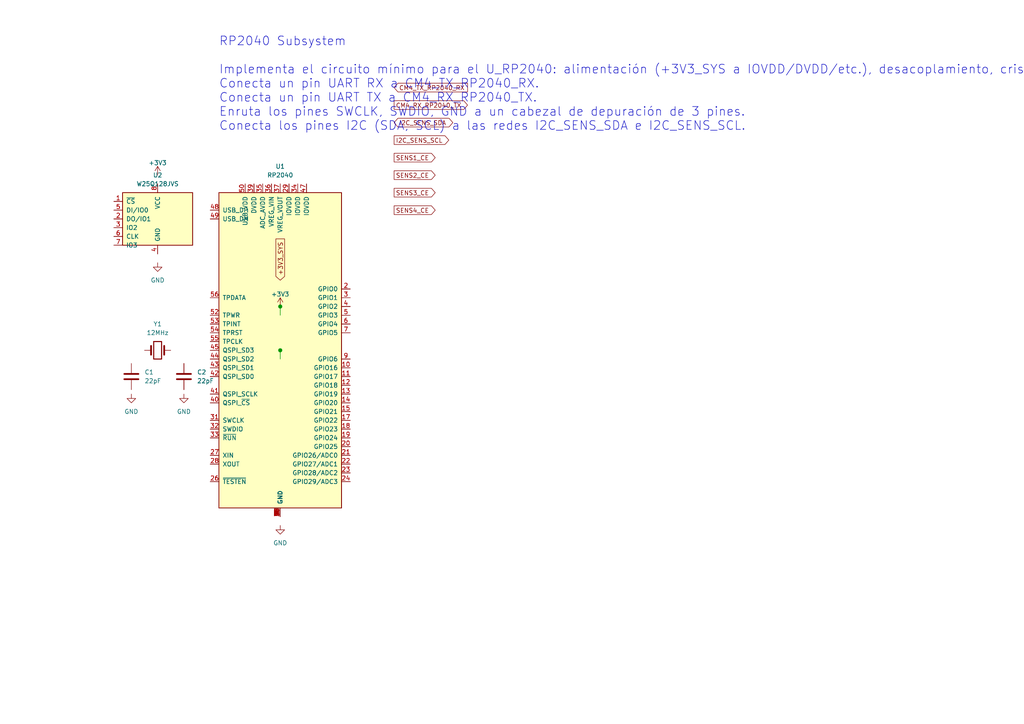
<source format=kicad_sch>
(kicad_sch (version 20230121) (generator eeschema)
  (paper "A4")
  (title_block (title "CM4 Robotics Controller - RP2040 Subsystem") (date "2025-07-03") (rev "v1.0"))
  (lib_symbols
    (symbol "Device:C" (pin_numbers hide) (pin_names (offset 0.254))
      (property "Reference" "C" (at 0.635 2.54 0))
      (property "Value" "C" (at 0.635 -2.54 0))
      (symbol "C_0_1"
        (polyline (pts (xy -2.032 -0.762) (xy 2.032 -0.762)) (stroke (width 0.508)))
        (polyline (pts (xy -2.032 0.762) (xy 2.032 0.762)) (stroke (width 0.508)))
      )
      (symbol "C_1_1"
        (pin passive line (at 0 3.81 270) (length 2.794) (name "~") (number "1"))
        (pin passive line (at 0 -3.81 90) (length 2.794) (name "~") (number "2"))
      )
    )
    (symbol "Device:Crystal" (pin_numbers hide) (pin_names (offset 1.016) hide)
      (property "Reference" "Y" (at 0 3.81 0))
      (property "Value" "Crystal" (at 0 -3.81 0))
      (symbol "Crystal_0_1"
        (rectangle (start -1.143 2.54) (end 1.143 -2.54) (stroke (width 0.3048)))
        (polyline (pts (xy -2.54 0) (xy -1.905 0)))
        (polyline (pts (xy -1.905 -1.27) (xy -1.905 1.27)) (stroke (width 0.508)))
        (polyline (pts (xy 1.905 -1.27) (xy 1.905 1.27)) (stroke (width 0.508)))
        (polyline (pts (xy 2.54 0) (xy 1.905 0)))
      )
      (symbol "Crystal_1_1"
        (pin passive line (at -3.81 0 0) (length 1.27) (name "1") (number "1"))
        (pin passive line (at 3.81 0 180) (length 1.27) (name "2") (number "2"))
      )
    )
    (symbol "Device:R" (pin_numbers hide) (pin_names (offset 0))
      (property "Reference" "R" (at 2.032 0 90))
      (property "Value" "R" (at 0 0 90))
      (symbol "R_0_1"
        (rectangle (start -1.016 -2.54) (end 1.016 2.54) (stroke (width 0.254)))
      )
      (symbol "R_1_1"
        (pin passive line (at 0 3.81 270) (length 1.27) (name "~") (number "1"))
        (pin passive line (at 0 -3.81 90) (length 1.27) (name "~") (number "2"))
      )
    )
    (symbol "MCU_RaspberryPi:RP2040" (pin_names (offset 1.016))
      (property "Reference" "U" (at -15.24 46.99 0))
      (property "Value" "RP2040" (at 12.7 46.99 0))
      (symbol "RP2040_0_1"
        (rectangle (start -17.78 45.72) (end 17.78 -45.72) (stroke (width 0.254)) (fill (type background)))
      )
      (symbol "RP2040_1_1"
        (pin power_in line (at 0 -48.26 90) (length 2.54) (name "GND") (number "1"))
        (pin bidirectional line (at 20.32 -5.08 180) (length 2.54) (name "GPIO16") (number "10"))
        (pin bidirectional line (at 20.32 -7.62 180) (length 2.54) (name "GPIO17") (number "11"))
        (pin bidirectional line (at 20.32 -10.16 180) (length 2.54) (name "GPIO18") (number "12"))
        (pin bidirectional line (at 20.32 -12.7 180) (length 2.54) (name "GPIO19") (number "13"))
        (pin bidirectional line (at 20.32 -15.24 180) (length 2.54) (name "GPIO20") (number "14"))
        (pin bidirectional line (at 20.32 -17.78 180) (length 2.54) (name "GPIO21") (number "15"))
        (pin power_in line (at 0 -48.26 90) (length 2.54) (name "GND") (number "16"))
        (pin bidirectional line (at 20.32 -20.32 180) (length 2.54) (name "GPIO22") (number "17"))
        (pin bidirectional line (at 20.32 -22.86 180) (length 2.54) (name "GPIO23") (number "18"))
        (pin bidirectional line (at 20.32 -25.4 180) (length 2.54) (name "GPIO24") (number "19"))
        (pin bidirectional line (at 20.32 17.78 180) (length 2.54) (name "GPIO0") (number "2"))
        (pin bidirectional line (at 20.32 -27.94 180) (length 2.54) (name "GPIO25") (number "20"))
        (pin bidirectional line (at 20.32 -30.48 180) (length 2.54) (name "GPIO26/ADC0") (number "21"))
        (pin bidirectional line (at 20.32 -33.02 180) (length 2.54) (name "GPIO27/ADC1") (number "22"))
        (pin bidirectional line (at 20.32 -35.56 180) (length 2.54) (name "GPIO28/ADC2") (number "23"))
        (pin bidirectional line (at 20.32 -38.1 180) (length 2.54) (name "GPIO29/ADC3") (number "24"))
        (pin power_in line (at 0 -48.26 90) (length 2.54) (name "GND") (number "25"))
        (pin input line (at -20.32 -38.1 0) (length 2.54) (name "~{TESTEN}") (number "26"))
        (pin input line (at -20.32 -30.48 0) (length 2.54) (name "XIN") (number "27"))
        (pin output line (at -20.32 -33.02 0) (length 2.54) (name "XOUT") (number "28"))
        (pin power_in line (at 2.54 48.26 270) (length 2.54) (name "IOVDD") (number "29"))
        (pin bidirectional line (at 20.32 15.24 180) (length 2.54) (name "GPIO1") (number "3"))
        (pin power_in line (at 0 -48.26 90) (length 2.54) (name "GND") (number "30"))
        (pin input line (at -20.32 -20.32 0) (length 2.54) (name "SWCLK") (number "31"))
        (pin bidirectional line (at -20.32 -22.86 0) (length 2.54) (name "SWDIO") (number "32"))
        (pin input line (at -20.32 -25.4 0) (length 2.54) (name "~{RUN}") (number "33"))
        (pin power_in line (at 5.08 48.26 270) (length 2.54) (name "IOVDD") (number "34"))
        (pin power_in line (at -5.08 48.26 270) (length 2.54) (name "ADC_AVDD") (number "35"))
        (pin power_in line (at -2.54 48.26 270) (length 2.54) (name "VREG_VIN") (number "36"))
        (pin power_out line (at 0 48.26 270) (length 2.54) (name "VREG_VOUT") (number "37"))
        (pin power_in line (at 0 -48.26 90) (length 2.54) (name "GND") (number "38"))
        (pin power_in line (at -7.62 48.26 270) (length 2.54) (name "DVDD") (number "39"))
        (pin bidirectional line (at 20.32 12.7 180) (length 2.54) (name "GPIO2") (number "4"))
        (pin input line (at -20.32 -15.24 0) (length 2.54) (name "QSPI_~{CS}") (number "40"))
        (pin bidirectional line (at -20.32 -12.7 0) (length 2.54) (name "QSPI_SCLK") (number "41"))
        (pin bidirectional line (at -20.32 -7.62 0) (length 2.54) (name "QSPI_SD0") (number "42"))
        (pin bidirectional line (at -20.32 -5.08 0) (length 2.54) (name "QSPI_SD1") (number "43"))
        (pin bidirectional line (at -20.32 -2.54 0) (length 2.54) (name "QSPI_SD2") (number "44"))
        (pin bidirectional line (at -20.32 0 0) (length 2.54) (name "QSPI_SD3") (number "45"))
        (pin power_in line (at 0 -48.26 90) (length 2.54) (name "GND") (number "46"))
        (pin power_in line (at 7.62 48.26 270) (length 2.54) (name "IOVDD") (number "47"))
        (pin input line (at -20.32 40.64 0) (length 2.54) (name "USB_DP") (number "48"))
        (pin input line (at -20.32 38.1 0) (length 2.54) (name "USB_DM") (number "49"))
        (pin bidirectional line (at 20.32 10.16 180) (length 2.54) (name "GPIO3") (number "5"))
        (pin power_in line (at -10.16 48.26 270) (length 2.54) (name "USB_VDD") (number "50"))
        (pin power_in line (at 0 -48.26 90) (length 2.54) (name "GND") (number "51"))
        (pin bidirectional line (at -20.32 10.16 0) (length 2.54) (name "TPWR") (number "52"))
        (pin bidirectional line (at -20.32 7.62 0) (length 2.54) (name "TPINT") (number "53"))
        (pin bidirectional line (at -20.32 5.08 0) (length 2.54) (name "TPRST") (number "54"))
        (pin bidirectional line (at -20.32 2.54 0) (length 2.54) (name "TPCLK") (number "55"))
        (pin bidirectional line (at -20.32 15.24 0) (length 2.54) (name "TPDATA") (number "56"))
        (pin power_in line (at 0 -48.26 90) (length 2.54) (name "GND") (number "57"))
        (pin bidirectional line (at 20.32 7.62 180) (length 2.54) (name "GPIO4") (number "6"))
        (pin bidirectional line (at 20.32 5.08 180) (length 2.54) (name "GPIO5") (number "7"))
        (pin power_in line (at 0 -48.26 90) (length 2.54) (name "GND") (number "8"))
        (pin bidirectional line (at 20.32 -2.54 180) (length 2.54) (name "GPIO6") (number "9"))
      )
    )
    (symbol "Memory_Flash:W25Q128JVS" (pin_names (offset 1.016))
      (property "Reference" "U" (at -8.89 8.89 0))
      (property "Value" "W25Q128JVS" (at 7.62 8.89 0))
      (symbol "W25Q128JVS_0_1"
        (rectangle (start -10.16 7.62) (end 10.16 -7.62) (stroke (width 0.254)) (fill (type background)))
      )
      (symbol "W25Q128JVS_1_1"
        (pin input line (at -12.7 5.08 0) (length 2.54) (name "~{CS}") (number "1"))
        (pin bidirectional line (at -12.7 0 0) (length 2.54) (name "DO/IO1") (number "2"))
        (pin bidirectional line (at -12.7 -2.54 0) (length 2.54) (name "IO2") (number "3"))
        (pin power_in line (at 0 -10.16 90) (length 2.54) (name "GND") (number "4"))
        (pin bidirectional line (at -12.7 2.54 0) (length 2.54) (name "DI/IO0") (number "5"))
        (pin input line (at -12.7 -5.08 0) (length 2.54) (name "CLK") (number "6"))
        (pin bidirectional line (at -12.7 -7.62 0) (length 2.54) (name "IO3") (number "7"))
        (pin power_in line (at 0 10.16 270) (length 2.54) (name "VCC") (number "8"))
      )
    )
    (symbol "power:+3V3" (power) (pin_names (offset 0))
      (property "Value" "+3V3" (at 0 3.556 0))
      (symbol "+3V3_0_1"
        (polyline (pts (xy -0.762 1.27) (xy 0 2.54)))
        (polyline (pts (xy 0 0) (xy 0 2.54)))
        (polyline (pts (xy 0 2.54) (xy 0.762 1.27)))
      )
      (symbol "+3V3_1_1"
        (pin power_in line (at 0 0 90) (length 0) hide (name "+3V3") (number "1"))
      )
    )
    (symbol "power:GND" (power) (pin_names (offset 0))
      (property "Value" "GND" (at 0 -3.81 0))
      (symbol "GND_0_1"
        (polyline (pts (xy 0 0) (xy 0 -1.27) (xy 1.27 -1.27) (xy 0 -2.54) (xy -1.27 -1.27) (xy 0 -1.27)))
      )
      (symbol "GND_1_1"
        (pin power_in line (at 0 0 270) (length 0) hide (name "GND") (number "1"))
      )
    )
  )
  (junction (at 81.28 88.9) (diameter 1.016))
  (junction (at 81.28 101.6) (diameter 1.016))
  (wire (pts (xy 81.28 88.9) (xy 81.28 91.44)))
  (wire (pts (xy 81.28 101.6) (xy 81.28 104.14)))
  (text "RP2040 Subsystem\n\nImplementa el circuito mínimo para el U_RP2040: alimentación (+3V3_SYS a IOVDD/DVDD/etc.), desacoplamiento, cristal X_RP2040 con sus condensadores, y la memoria flash U_FLASH en los pines QSPI.\nConecta un pin UART RX a CM4_TX_RP2040_RX.\nConecta un pin UART TX a CM4_RX_RP2040_TX.\nEnruta los pines SWCLK, SWDIO, GND a un cabezal de depuración de 3 pines.\nConecta los pines I2C (SDA, SCL) a las redes I2C_SENS_SDA e I2C_SENS_SCL." (at 63.5 38.1 0) (effects (font (size 2.54 2.54)) (justify left bottom)))
  (global_label "+3V3_SYS" (shape input) (at 81.28 81.28 90) (property "Intersheetrefs" "${INTERSHEET_REFS}" (effects hide)))
  (global_label "CM4_TX_RP2040_RX" (shape input) (at 114.3 25.4 0) (property "Intersheetrefs" "${INTERSHEET_REFS}" (effects hide)))
  (global_label "CM4_RX_RP2040_TX" (shape output) (at 114.3 30.48 0) (property "Intersheetrefs" "${INTERSHEET_REFS}" (effects hide)))
  (global_label "I2C_SENS_SDA" (shape bidirectional) (at 114.3 35.56 0) (property "Intersheetrefs" "${INTERSHEET_REFS}" (effects hide)))
  (global_label "I2C_SENS_SCL" (shape output) (at 114.3 40.64 0) (property "Intersheetrefs" "${INTERSHEET_REFS}" (effects hide)))
  (global_label "SENS1_CE" (shape output) (at 114.3 45.72 0) (property "Intersheetrefs" "${INTERSHEET_REFS}" (effects hide)))
  (global_label "SENS2_CE" (shape output) (at 114.3 50.8 0) (property "Intersheetrefs" "${INTERSHEET_REFS}" (effects hide)))
  (global_label "SENS3_CE" (shape output) (at 114.3 55.88 0) (property "Intersheetrefs" "${INTERSHEET_REFS}" (effects hide)))
  (global_label "SENS4_CE" (shape output) (at 114.3 60.96 0) (property "Intersheetrefs" "${INTERSHEET_REFS}" (effects hide)))
  (symbol (lib_id "MCU_RaspberryPi:RP2040") (at 81.28 101.6 0) (unit 1)
    (property "Reference" "U1" (at 81.28 48.26 0))
    (property "Value" "RP2040" (at 81.28 50.8 0))
    (property "Footprint" "Package_DFN_QFN:QFN-56-1EP_7x7mm_P0.4mm_EP3.2x3.2mm" (effects hide))
    (property "Datasheet" "https://datasheets.raspberrypi.org/rp2040/rp2040-datasheet.pdf" (effects hide))
  )
  (symbol (lib_id "power:+3V3") (at 81.28 88.9 0) (unit 1)
    (property "Reference" "#PWR01" (effects hide))
    (property "Value" "+3V3" (at 81.28 85.344 0))
  )
  (symbol (lib_id "power:GND") (at 81.28 152.4 0) (unit 1)
    (property "Reference" "#PWR02" (effects hide))
    (property "Value" "GND" (at 81.28 157.48 0))
  )
  (symbol (lib_id "Device:Crystal") (at 45.72 101.6 0) (unit 1)
    (property "Reference" "Y1" (at 45.72 93.98 0))
    (property "Value" "12MHz" (at 45.72 96.52 0))
    (property "Footprint" "Crystal:Crystal_SMD_3225-4Pin_3.2x2.5mm" (effects hide))
  )
  (symbol (lib_id "Device:C") (at 38.1 109.22 0) (unit 1)
    (property "Reference" "C1" (at 41.91 107.9499 0) (effects (justify left)))
    (property "Value" "22pF" (at 41.91 110.4899 0) (effects (justify left)))
    (property "Footprint" "Capacitor_SMD:C_0402_1005Metric" (effects hide))
  )
  (symbol (lib_id "Device:C") (at 53.34 109.22 0) (unit 1)
    (property "Reference" "C2" (at 57.15 107.9499 0) (effects (justify left)))
    (property "Value" "22pF" (at 57.15 110.4899 0) (effects (justify left)))
    (property "Footprint" "Capacitor_SMD:C_0402_1005Metric" (effects hide))
  )
  (symbol (lib_id "power:GND") (at 38.1 114.3 0) (unit 1)
    (property "Reference" "#PWR03" (effects hide))
    (property "Value" "GND" (at 38.1 119.38 0))
  )
  (symbol (lib_id "power:GND") (at 53.34 114.3 0) (unit 1)
    (property "Reference" "#PWR04" (effects hide))
    (property "Value" "GND" (at 53.34 119.38 0))
  )
  (symbol (lib_id "Memory_Flash:W25Q128JVS") (at 45.72 63.5 0) (unit 1)
    (property "Reference" "U2" (at 45.72 50.8 0))
    (property "Value" "W25Q128JVS" (at 45.72 53.34 0))
    (property "Footprint" "Package_SO:SOIC-8_5.23x5.23mm_P1.27mm" (effects hide))
    (property "Datasheet" "http://www.winbond.com/resource-files/w25q128jv_dtr%20revc%2003272018%20plus.pdf" (effects hide))
  )
  (symbol (lib_id "power:+3V3") (at 45.72 50.8 0) (unit 1)
    (property "Reference" "#PWR05" (effects hide))
    (property "Value" "+3V3" (at 45.72 47.244 0))
  )
  (symbol (lib_id "power:GND") (at 45.72 76.2 0) (unit 1)
    (property "Reference" "#PWR06" (effects hide))
    (property "Value" "GND" (at 45.72 81.28 0))
  )
)
</source>
